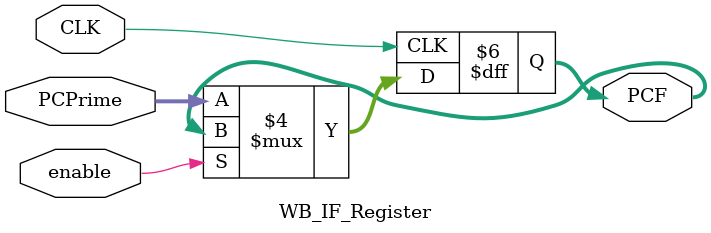
<source format=v>
`timescale 100fs/100fs

module WB_IF_Register( input [31:0] PCPrime
                    , input CLK
                    , input enable
                    , output reg [31:0] PCF
                    );

    initial begin
        PCF <= 32'b0;
    end
    
    always @(posedge CLK) begin
        if (!enable) begin
            PCF <= PCPrime;
        end
        
    end

endmodule
</source>
